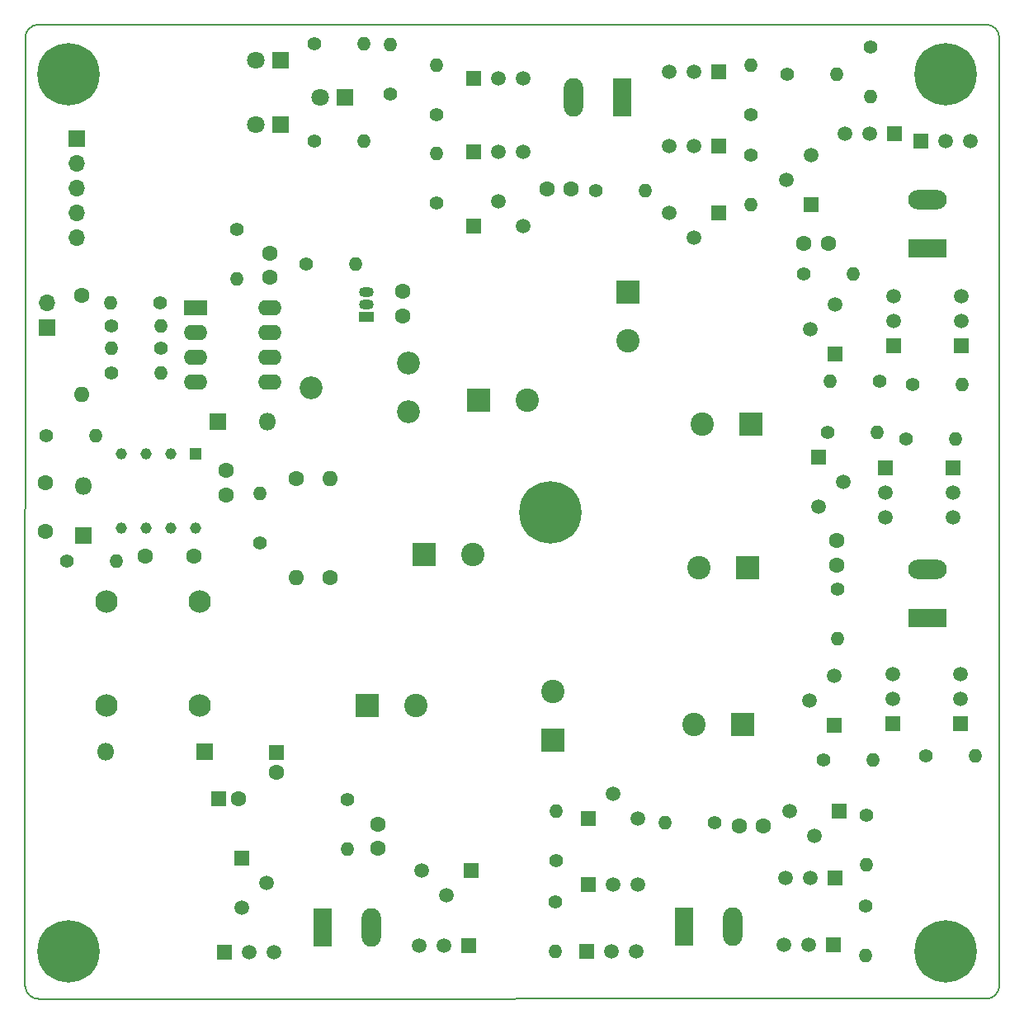
<source format=gbr>
%TF.GenerationSoftware,KiCad,Pcbnew,(6.0.7)*%
%TF.CreationDate,2022-10-05T08:16:40+03:00*%
%TF.ProjectId,irigatii2,69726967-6174-4696-9932-2e6b69636164,rev?*%
%TF.SameCoordinates,Original*%
%TF.FileFunction,Soldermask,Bot*%
%TF.FilePolarity,Negative*%
%FSLAX46Y46*%
G04 Gerber Fmt 4.6, Leading zero omitted, Abs format (unit mm)*
G04 Created by KiCad (PCBNEW (6.0.7)) date 2022-10-05 08:16:40*
%MOMM*%
%LPD*%
G01*
G04 APERTURE LIST*
%TA.AperFunction,Profile*%
%ADD10C,0.150000*%
%TD*%
%ADD11R,1.700000X1.700000*%
%ADD12O,1.700000X1.700000*%
%ADD13C,1.400000*%
%ADD14O,1.400000X1.400000*%
%ADD15R,1.500000X1.500000*%
%ADD16C,1.500000*%
%ADD17R,3.960000X1.980000*%
%ADD18O,3.960000X1.980000*%
%ADD19R,1.800000X1.800000*%
%ADD20O,1.800000X1.800000*%
%ADD21C,1.600000*%
%ADD22R,1.170000X1.170000*%
%ADD23C,1.170000*%
%ADD24C,3.600000*%
%ADD25C,6.400000*%
%ADD26R,2.400000X2.400000*%
%ADD27C,2.400000*%
%ADD28O,1.600000X1.600000*%
%ADD29C,1.800000*%
%ADD30R,1.980000X3.960000*%
%ADD31O,1.980000X3.960000*%
%ADD32R,1.600000X1.600000*%
%ADD33R,2.400000X1.600000*%
%ADD34O,2.400000X1.600000*%
%ADD35C,2.301240*%
%ADD36C,2.340000*%
%ADD37R,1.500000X1.050000*%
%ADD38O,1.500000X1.050000*%
G04 APERTURE END LIST*
D10*
X28912780Y-80877533D02*
G75*
G03*
X27565448Y-82299928I22280J-1370417D01*
G01*
X27559000Y-179500667D02*
X27565448Y-82299928D01*
X127529559Y-82227378D02*
G75*
G03*
X126107071Y-80880047I-1370459J-22322D01*
G01*
X126179621Y-180844073D02*
X28981400Y-180847999D01*
X28912780Y-80877528D02*
X126107071Y-80880047D01*
X127529471Y-82227379D02*
X127526953Y-179421673D01*
X126179622Y-180844159D02*
G75*
G03*
X127526953Y-179421673I-22322J1370459D01*
G01*
X27558995Y-179500667D02*
G75*
G03*
X28981400Y-180847999I1370405J22267D01*
G01*
D11*
%TO.C,J1*%
X29845000Y-111942800D03*
D12*
X29845000Y-109402800D03*
%TD*%
D13*
%TO.C,R25*%
X98272600Y-162763200D03*
D14*
X93192600Y-162763200D03*
%TD*%
D13*
%TO.C,R13*%
X65024000Y-87985600D03*
D14*
X65024000Y-82905600D03*
%TD*%
D13*
%TO.C,R12*%
X57277000Y-92837000D03*
D14*
X62357000Y-92837000D03*
%TD*%
D13*
%TO.C,R5*%
X36449000Y-111810800D03*
D14*
X41529000Y-111810800D03*
%TD*%
D15*
%TO.C,Q27*%
X116565800Y-152577800D03*
D16*
X116565800Y-150037800D03*
X116565800Y-147497800D03*
%TD*%
D17*
%TO.C,J7*%
X120168200Y-141804600D03*
D18*
X120168200Y-136804600D03*
%TD*%
D19*
%TO.C,D3*%
X33502600Y-133321000D03*
D20*
X33502600Y-128241000D03*
%TD*%
D21*
%TO.C,C17*%
X63728600Y-165435600D03*
X63728600Y-162935600D03*
%TD*%
D15*
%TO.C,Q26*%
X108204000Y-99364800D03*
D16*
X105664000Y-96824800D03*
X108204000Y-94284800D03*
%TD*%
D22*
%TO.C,IC1*%
X45034200Y-124891800D03*
D23*
X42494200Y-124891800D03*
X39954200Y-124891800D03*
X37414200Y-124891800D03*
X37414200Y-132511800D03*
X39954200Y-132511800D03*
X42494200Y-132511800D03*
X45034200Y-132511800D03*
%TD*%
D24*
%TO.C,H3*%
X122000000Y-176000000D03*
D25*
X122000000Y-176000000D03*
%TD*%
D15*
%TO.C,Q13*%
X85347800Y-162310200D03*
D16*
X87887800Y-159770200D03*
X90427800Y-162310200D03*
%TD*%
D13*
%TO.C,R30*%
X109448600Y-156311600D03*
D14*
X114528600Y-156311600D03*
%TD*%
D17*
%TO.C,J8*%
X120167400Y-103857000D03*
D18*
X120167400Y-98857000D03*
%TD*%
D15*
%TO.C,Q33*%
X123600800Y-113817400D03*
D16*
X123600800Y-111277400D03*
X123600800Y-108737400D03*
%TD*%
D15*
%TO.C,Q17*%
X85373200Y-169160200D03*
D16*
X87913200Y-169160200D03*
X90453200Y-169160200D03*
%TD*%
D13*
%TO.C,R20*%
X102006400Y-94241200D03*
D14*
X102006400Y-99321200D03*
%TD*%
D21*
%TO.C,C13*%
X81096800Y-97721800D03*
X83596800Y-97721800D03*
%TD*%
D26*
%TO.C,C4*%
X101705415Y-136575800D03*
D27*
X96705415Y-136575800D03*
%TD*%
D13*
%TO.C,R23*%
X113897400Y-162022000D03*
D14*
X113897400Y-167102000D03*
%TD*%
D13*
%TO.C,R39*%
X114300000Y-83158800D03*
D14*
X114300000Y-88238800D03*
%TD*%
D19*
%TO.C,D2*%
X45999400Y-155448000D03*
D20*
X35839400Y-155448000D03*
%TD*%
D13*
%TO.C,R26*%
X102006400Y-90127200D03*
D14*
X102006400Y-85047200D03*
%TD*%
D15*
%TO.C,Q36*%
X73355200Y-167700200D03*
D16*
X70815200Y-170240200D03*
X68275200Y-167700200D03*
%TD*%
D15*
%TO.C,Q21*%
X85195400Y-176018200D03*
D16*
X87735400Y-176018200D03*
X90275400Y-176018200D03*
%TD*%
D13*
%TO.C,R21*%
X69799200Y-99221200D03*
D14*
X69799200Y-94141200D03*
%TD*%
D15*
%TO.C,Q35*%
X49776000Y-166425200D03*
D16*
X52316000Y-168965200D03*
X49776000Y-171505200D03*
%TD*%
D15*
%TO.C,Q20*%
X73609200Y-86423200D03*
D16*
X76149200Y-86423200D03*
X78689200Y-86423200D03*
%TD*%
D13*
%TO.C,R27*%
X69799200Y-90127200D03*
D14*
X69799200Y-85047200D03*
%TD*%
D15*
%TO.C,Q18*%
X110620800Y-168440200D03*
D16*
X108080800Y-168440200D03*
X105540800Y-168440200D03*
%TD*%
D13*
%TO.C,R8*%
X41452800Y-114122200D03*
D14*
X36372800Y-114122200D03*
%TD*%
D26*
%TO.C,C20*%
X101172015Y-152654000D03*
D27*
X96172015Y-152654000D03*
%TD*%
D13*
%TO.C,R10*%
X41427400Y-109423200D03*
D14*
X36347400Y-109423200D03*
%TD*%
D15*
%TO.C,Q11*%
X98729800Y-100203000D03*
D16*
X96189800Y-102743000D03*
X93649800Y-100203000D03*
%TD*%
D13*
%TO.C,R34*%
X110897200Y-138836400D03*
D14*
X110897200Y-143916400D03*
%TD*%
D21*
%TO.C,C14*%
X103327200Y-163068000D03*
X100827200Y-163068000D03*
%TD*%
D11*
%TO.C,J2*%
X32893000Y-92608400D03*
D12*
X32893000Y-95148400D03*
X32893000Y-97688400D03*
X32893000Y-100228400D03*
X32893000Y-102768400D03*
%TD*%
D26*
%TO.C,C6*%
X68499985Y-135255000D03*
D27*
X73499985Y-135255000D03*
%TD*%
D15*
%TO.C,Q32*%
X122780000Y-126339600D03*
D16*
X122780000Y-128879600D03*
X122780000Y-131419600D03*
%TD*%
D21*
%TO.C,C16*%
X109956600Y-103327200D03*
X107456600Y-103327200D03*
%TD*%
D15*
%TO.C,Q19*%
X98729800Y-85703200D03*
D16*
X96189800Y-85703200D03*
X93649800Y-85703200D03*
%TD*%
D21*
%TO.C,C15*%
X110846400Y-133827200D03*
X110846400Y-136327200D03*
%TD*%
D13*
%TO.C,R37*%
X117957600Y-123393200D03*
D14*
X123037600Y-123393200D03*
%TD*%
D15*
%TO.C,Q25*%
X110650400Y-114655600D03*
D16*
X108110400Y-112115600D03*
X110650400Y-109575600D03*
%TD*%
D21*
%TO.C,R2*%
X33375600Y-108661200D03*
D28*
X33375600Y-118821200D03*
%TD*%
D25*
%TO.C,H1*%
X32000000Y-86000000D03*
D24*
X32000000Y-86000000D03*
%TD*%
D21*
%TO.C,R3*%
X55397400Y-127457200D03*
D28*
X55397400Y-137617200D03*
%TD*%
D26*
%TO.C,C1*%
X74087985Y-119430800D03*
D27*
X79087985Y-119430800D03*
%TD*%
D13*
%TO.C,R24*%
X86079800Y-97925000D03*
D14*
X91159800Y-97925000D03*
%TD*%
D21*
%TO.C,C7*%
X48187200Y-126644400D03*
X48187200Y-129144400D03*
%TD*%
%TO.C,C11*%
X52654200Y-104337800D03*
X52654200Y-106837800D03*
%TD*%
D15*
%TO.C,Q38*%
X73101200Y-175378200D03*
D16*
X70561200Y-175378200D03*
X68021200Y-175378200D03*
%TD*%
D21*
%TO.C,C5*%
X44918000Y-135382000D03*
X39918000Y-135382000D03*
%TD*%
D15*
%TO.C,Q15*%
X98729800Y-93315200D03*
D16*
X96189800Y-93315200D03*
X93649800Y-93315200D03*
%TD*%
D19*
%TO.C,D6*%
X60406200Y-88341200D03*
D29*
X57866200Y-88341200D03*
%TD*%
D30*
%TO.C,J9*%
X58068000Y-173507400D03*
D31*
X63068000Y-173507400D03*
%TD*%
D15*
%TO.C,Q37*%
X48006000Y-176102600D03*
D16*
X50546000Y-176102600D03*
X53086000Y-176102600D03*
%TD*%
D32*
%TO.C,C19*%
X47457287Y-160350200D03*
D21*
X49457287Y-160350200D03*
%TD*%
D26*
%TO.C,C23*%
X102061015Y-121843800D03*
D27*
X97061015Y-121843800D03*
%TD*%
D15*
%TO.C,Q28*%
X115845800Y-126339600D03*
D16*
X115845800Y-128879600D03*
X115845800Y-131419600D03*
%TD*%
D21*
%TO.C,C2*%
X29616400Y-127852800D03*
X29616400Y-132852800D03*
%TD*%
D33*
%TO.C,U1*%
X45044600Y-109941200D03*
D34*
X45044600Y-112481200D03*
X45044600Y-115021200D03*
X45044600Y-117561200D03*
X52664600Y-117561200D03*
X52664600Y-115021200D03*
X52664600Y-112481200D03*
X52664600Y-109941200D03*
%TD*%
D13*
%TO.C,R11*%
X56388000Y-105410000D03*
D14*
X61468000Y-105410000D03*
%TD*%
D19*
%TO.C,D4*%
X53776800Y-84556600D03*
D29*
X51236800Y-84556600D03*
%TD*%
D13*
%TO.C,R29*%
X113770400Y-171318400D03*
D14*
X113770400Y-176398400D03*
%TD*%
D13*
%TO.C,R36*%
X119938800Y-155930600D03*
D14*
X125018800Y-155930600D03*
%TD*%
D15*
%TO.C,Q23*%
X110549600Y-152806400D03*
D16*
X108009600Y-150266400D03*
X110549600Y-147726400D03*
%TD*%
D13*
%TO.C,R9*%
X49276000Y-101854000D03*
D14*
X49276000Y-106934000D03*
%TD*%
D35*
%TO.C,T1*%
X45440600Y-140065760D03*
X35941000Y-140065760D03*
X35941000Y-150764240D03*
X45440600Y-150764240D03*
%TD*%
D15*
%TO.C,Q34*%
X119481600Y-92816000D03*
D16*
X122021600Y-92816000D03*
X124561600Y-92816000D03*
%TD*%
D15*
%TO.C,Q12*%
X73609200Y-101514400D03*
D16*
X76149200Y-98974400D03*
X78689200Y-101514400D03*
%TD*%
D36*
%TO.C,RV1*%
X66899800Y-115609600D03*
X56899800Y-118109600D03*
X66899800Y-120609600D03*
%TD*%
D37*
%TO.C,U2*%
X62611000Y-110871000D03*
D38*
X62611000Y-109601000D03*
X62611000Y-108331000D03*
%TD*%
D15*
%TO.C,Q22*%
X110468400Y-175298200D03*
D16*
X107928400Y-175298200D03*
X105388400Y-175298200D03*
%TD*%
D24*
%TO.C,H5*%
X81483200Y-130911600D03*
D25*
X81483200Y-130911600D03*
%TD*%
D15*
%TO.C,Q24*%
X109009600Y-125298200D03*
D16*
X111549600Y-127838200D03*
X109009600Y-130378200D03*
%TD*%
D15*
%TO.C,Q29*%
X116666600Y-113817400D03*
D16*
X116666600Y-111277400D03*
X116666600Y-108737400D03*
%TD*%
D13*
%TO.C,R7*%
X51612800Y-134036600D03*
D14*
X51612800Y-128956600D03*
%TD*%
D13*
%TO.C,R40*%
X60655200Y-160374800D03*
D14*
X60655200Y-165454800D03*
%TD*%
D32*
%TO.C,C18*%
X53340000Y-155575000D03*
D21*
X53340000Y-157575000D03*
%TD*%
%TO.C,R4*%
X58851800Y-137642600D03*
D28*
X58851800Y-127482600D03*
%TD*%
D19*
%TO.C,D1*%
X47320200Y-121640600D03*
D20*
X52400200Y-121640600D03*
%TD*%
D13*
%TO.C,R38*%
X118591800Y-117779800D03*
D14*
X123671800Y-117779800D03*
%TD*%
D13*
%TO.C,R1*%
X31826200Y-135890000D03*
D14*
X36906200Y-135890000D03*
%TD*%
D15*
%TO.C,Q14*%
X111103400Y-161583000D03*
D16*
X108563400Y-164123000D03*
X106023400Y-161583000D03*
%TD*%
D15*
%TO.C,Q16*%
X73609200Y-93898800D03*
D16*
X76149200Y-93898800D03*
X78689200Y-93898800D03*
%TD*%
D30*
%TO.C,J6*%
X95152200Y-173427400D03*
D31*
X100152200Y-173427400D03*
%TD*%
D30*
%TO.C,J5*%
X88819400Y-88323800D03*
D31*
X83819400Y-88323800D03*
%TD*%
D25*
%TO.C,H4*%
X32000000Y-176000000D03*
D24*
X32000000Y-176000000D03*
%TD*%
D15*
%TO.C,Q31*%
X123500000Y-152628600D03*
D16*
X123500000Y-150088600D03*
X123500000Y-147548600D03*
%TD*%
D13*
%TO.C,R33*%
X105764800Y-86004400D03*
D14*
X110844800Y-86004400D03*
%TD*%
D21*
%TO.C,C12*%
X66294000Y-110744000D03*
X66294000Y-108244000D03*
%TD*%
D26*
%TO.C,C22*%
X89382600Y-108327185D03*
D27*
X89382600Y-113327185D03*
%TD*%
D13*
%TO.C,R28*%
X81969600Y-170886600D03*
D14*
X81969600Y-175966600D03*
%TD*%
D13*
%TO.C,R31*%
X109931200Y-122758200D03*
D14*
X115011200Y-122758200D03*
%TD*%
D26*
%TO.C,C21*%
X81686400Y-154283415D03*
D27*
X81686400Y-149283415D03*
%TD*%
D13*
%TO.C,R22*%
X82020400Y-166697200D03*
D14*
X82020400Y-161617200D03*
%TD*%
D13*
%TO.C,R6*%
X36372800Y-116611400D03*
D14*
X41452800Y-116611400D03*
%TD*%
D19*
%TO.C,D5*%
X53776800Y-91160600D03*
D29*
X51236800Y-91160600D03*
%TD*%
D15*
%TO.C,Q30*%
X116763800Y-92096000D03*
D16*
X114223800Y-92096000D03*
X111683800Y-92096000D03*
%TD*%
D13*
%TO.C,R17*%
X57276200Y-82854800D03*
D14*
X62356200Y-82854800D03*
%TD*%
D13*
%TO.C,R35*%
X107442000Y-106451400D03*
D14*
X112522000Y-106451400D03*
%TD*%
D24*
%TO.C,H2*%
X122000000Y-86000000D03*
D25*
X122000000Y-86000000D03*
%TD*%
D13*
%TO.C,R32*%
X115265200Y-117475000D03*
D14*
X110185200Y-117475000D03*
%TD*%
D26*
%TO.C,C3*%
X62661800Y-150749000D03*
D27*
X67661800Y-150749000D03*
%TD*%
D13*
%TO.C,R16*%
X29718000Y-123063000D03*
D14*
X34798000Y-123063000D03*
%TD*%
M02*

</source>
